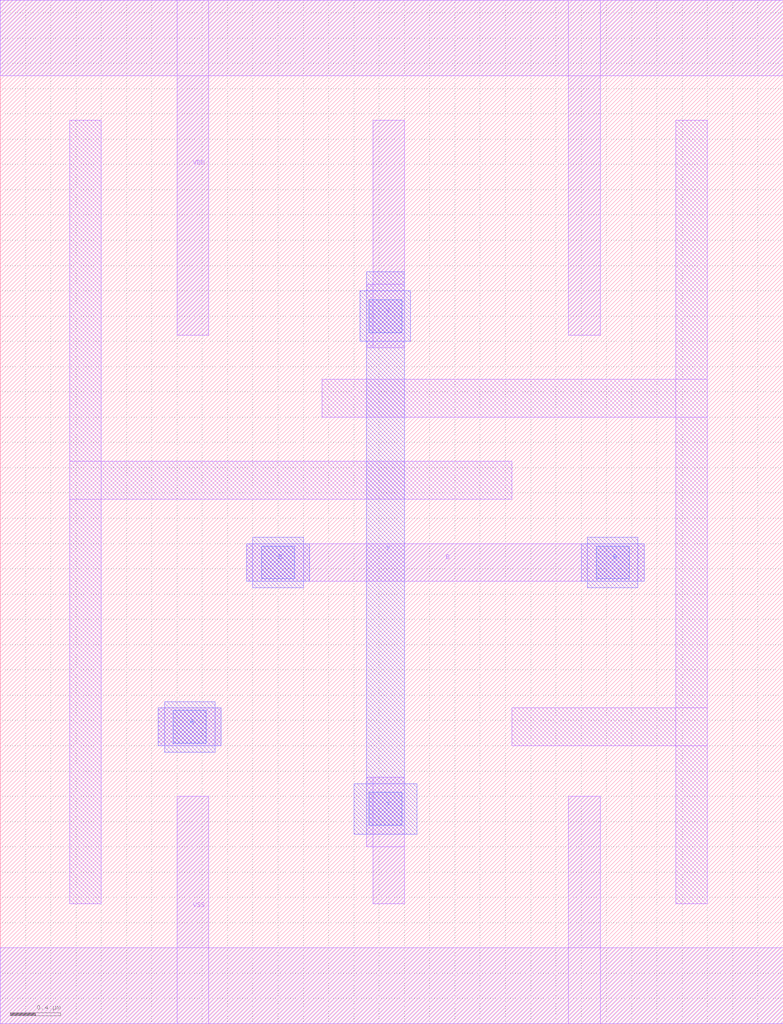
<source format=lef>
# Copyright 2022 Google LLC
# Licensed under the Apache License, Version 2.0 (the "License");
# you may not use this file except in compliance with the License.
# You may obtain a copy of the License at
#
#      http://www.apache.org/licenses/LICENSE-2.0
#
# Unless required by applicable law or agreed to in writing, software
# distributed under the License is distributed on an "AS IS" BASIS,
# WITHOUT WARRANTIES OR CONDITIONS OF ANY KIND, either express or implied.
# See the License for the specific language governing permissions and
# limitations under the License.
VERSION 5.7 ;
BUSBITCHARS "[]" ;
DIVIDERCHAR "/" ;

MACRO gf180mcu_osu_sc_gp12t3v3__xor2_1
  CLASS CORE ;
  ORIGIN 0 0 ;
  FOREIGN gf180mcu_osu_sc_gp12t3v3__xor2_1 0 0 ;
  SIZE 6.2 BY 8.1 ;
  SYMMETRY X Y ;
  SITE GF180_3p3_12t ;
  PIN VDD
    DIRECTION INOUT ;
    USE POWER ;
    SHAPE ABUTMENT ;
    PORT
      LAYER MET1 ;
        RECT 0 7.5 6.2 8.1 ;
        RECT 4.5 5.45 4.75 8.1 ;
        RECT 1.4 5.45 1.65 8.1 ;
    END
  END VDD
  PIN VSS
    DIRECTION INOUT ;
    USE GROUND ;
    PORT
      LAYER MET1 ;
        RECT 0 0 6.2 0.6 ;
        RECT 4.5 0 4.75 1.8 ;
        RECT 1.4 0 1.65 1.8 ;
    END
  END VSS
  PIN A
    DIRECTION INPUT ;
    USE SIGNAL ;
    PORT
      LAYER MET1 ;
        RECT 1.25 2.2 1.75 2.5 ;
      LAYER MET2 ;
        RECT 1.25 2.2 1.75 2.5 ;
        RECT 1.3 2.15 1.7 2.55 ;
      LAYER VIA12 ;
        RECT 1.37 2.22 1.63 2.48 ;
    END
  END A
  PIN B
    DIRECTION INPUT ;
    USE SIGNAL ;
    PORT
      LAYER MET1 ;
        RECT 1.95 3.5 5.1 3.8 ;
      LAYER MET2 ;
        RECT 4.6 3.5 5.1 3.8 ;
        RECT 4.65 3.45 5.05 3.85 ;
        RECT 1.95 3.5 2.45 3.8 ;
        RECT 2 3.45 2.4 3.85 ;
      LAYER VIA12 ;
        RECT 2.07 3.52 2.33 3.78 ;
        RECT 4.72 3.52 4.98 3.78 ;
    END
  END B
  PIN Y
    DIRECTION OUTPUT ;
    USE SIGNAL ;
    PORT
      LAYER MET1 ;
        RECT 2.9 1.4 3.2 1.95 ;
        RECT 2.95 0.95 3.2 1.95 ;
        RECT 2.95 5.35 3.2 7.15 ;
        RECT 2.9 5.35 3.2 5.85 ;
      LAYER MET2 ;
        RECT 2.8 1.5 3.3 1.9 ;
        RECT 2.85 5.4 3.25 5.8 ;
        RECT 2.9 1.5 3.2 5.95 ;
      LAYER VIA12 ;
        RECT 2.92 5.47 3.18 5.73 ;
        RECT 2.92 1.57 3.18 1.83 ;
    END
  END Y
  OBS
    LAYER MET1 ;
      RECT 5.35 0.95 5.6 7.15 ;
      RECT 2.55 4.8 5.6 5.1 ;
      RECT 4.05 2.2 5.6 2.5 ;
      RECT 0.55 0.95 0.8 7.15 ;
      RECT 0.55 4.15 4.05 4.45 ;
  END
END gf180mcu_osu_sc_gp12t3v3__xor2_1

</source>
